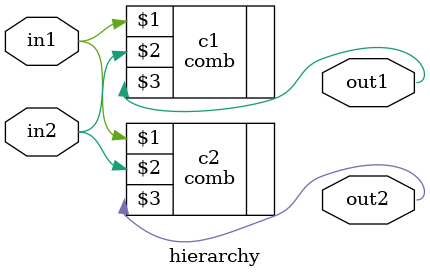
<source format=sv>
module hierarchy (input logic in1, in2, output logic out1, out2);
    comb c1(in1,in2,out1);
    comb c2(in1,in2,out2);
endmodule

</source>
